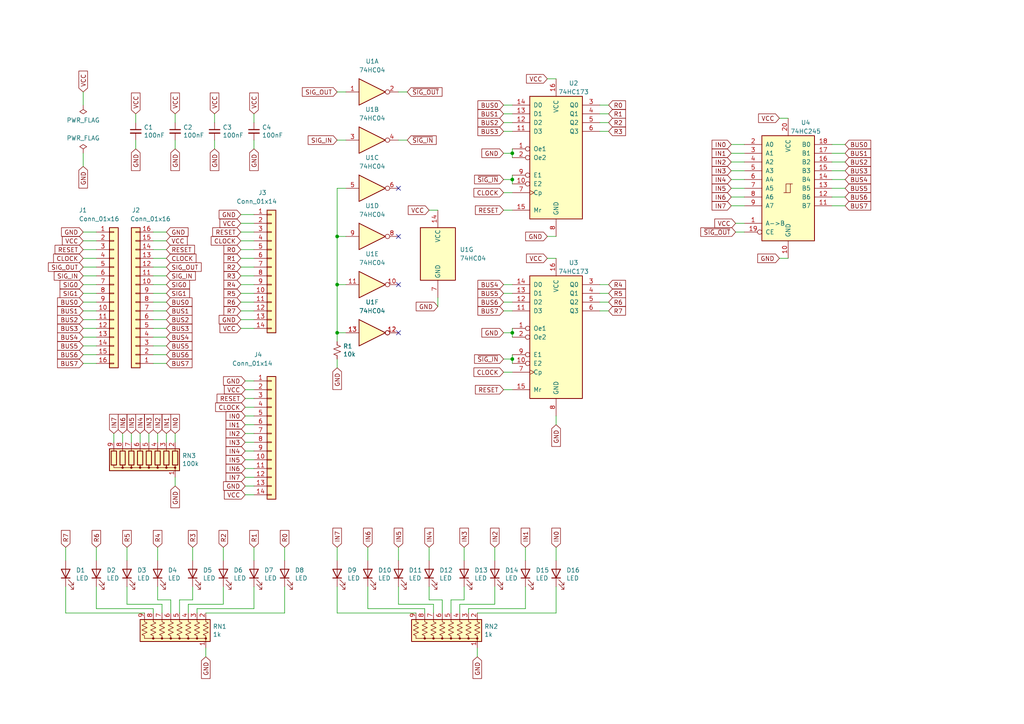
<source format=kicad_sch>
(kicad_sch (version 20230121) (generator eeschema)
  (paper "A4")
  (lib_symbols
    (symbol "74xx:74HC04"
      (property "Reference" "U" (at 0 1.27 0))
      (property "Value" "74HC04" (at 0 -1.27 0))
      (symbol "74HC04_1_0"
        (pin input line (at -7.62 0 0) (length 3.81) (name "~") (number "1"))
        (pin output inverted (at 7.62 0 180) (length 3.81) (name "~") (number "2"))
      )
      (symbol "74HC04_2_0"
        (pin input line (at -7.62 0 0) (length 3.81) (name "~") (number "3"))
        (pin output inverted (at 7.62 0 180) (length 3.81) (name "~") (number "4"))
      )
      (symbol "74HC04_3_0"
        (pin input line (at -7.62 0 0) (length 3.81) (name "~") (number "5"))
        (pin output inverted (at 7.62 0 180) (length 3.81) (name "~") (number "6"))
      )
      (symbol "74HC04_4_0"
        (pin output inverted (at 7.62 0 180) (length 3.81) (name "~") (number "8"))
        (pin input line (at -7.62 0 0) (length 3.81) (name "~") (number "9"))
      )
      (symbol "74HC04_5_0"
        (pin output inverted (at 7.62 0 180) (length 3.81) (name "~") (number "10"))
        (pin input line (at -7.62 0 0) (length 3.81) (name "~") (number "11"))
      )
      (symbol "74HC04_6_0"
        (pin output inverted (at 7.62 0 180) (length 3.81) (name "~") (number "12"))
        (pin input line (at -7.62 0 0) (length 3.81) (name "~") (number "13"))
      )
      (symbol "74HC04_7_0"
        (pin power_in line (at 0 12.7 270) (length 5.08) (name "VCC") (number "14"))
        (pin power_in line (at 0 -12.7 90) (length 5.08) (name "GND") (number "7"))
      )
    )
    (symbol "74xx:74LS173" (pin_names (offset 1.016))
      (property "Reference" "U" (at -7.62 19.05 0))
      (property "Value" "74LS173" (at -7.62 -19.05 0))
      (symbol "74LS173_1_0"
        (pin input inverted (at -12.7 2.54 0) (length 5.08) (name "Oe1") (number "1"))
        (pin input inverted (at -12.7 -7.62 0) (length 5.08) (name "E2") (number "10"))
        (pin input line (at -12.7 7.62 0) (length 5.08) (name "D3") (number "11"))
        (pin input line (at -12.7 10.16 0) (length 5.08) (name "D2") (number "12"))
        (pin input line (at -12.7 12.7 0) (length 5.08) (name "D1") (number "13"))
        (pin input line (at -12.7 15.24 0) (length 5.08) (name "D0") (number "14"))
        (pin input line (at -12.7 -15.24 0) (length 5.08) (name "Mr") (number "15"))
        (pin power_in line (at 0 22.86 270) (length 5.08) (name "VCC") (number "16"))
        (pin input inverted (at -12.7 0 0) (length 5.08) (name "Oe2") (number "2"))
        (pin tri_state line (at 12.7 15.24 180) (length 5.08) (name "Q0") (number "3"))
        (pin tri_state line (at 12.7 12.7 180) (length 5.08) (name "Q1") (number "4"))
        (pin tri_state line (at 12.7 10.16 180) (length 5.08) (name "Q2") (number "5"))
        (pin tri_state line (at 12.7 7.62 180) (length 5.08) (name "Q3") (number "6"))
        (pin input clock (at -12.7 -10.16 0) (length 5.08) (name "Cp") (number "7"))
        (pin power_in line (at 0 -22.86 90) (length 5.08) (name "GND") (number "8"))
        (pin input inverted (at -12.7 -5.08 0) (length 5.08) (name "E1") (number "9"))
      )
    )
    (symbol "74xx:74LS245" (pin_names (offset 1.016))
      (property "Reference" "U" (at -7.62 16.51 0))
      (property "Value" "74LS245" (at -7.62 -16.51 0))
      (symbol "74LS245_1_0"
        (pin input line (at -12.7 -10.16 0) (length 5.08) (name "A->B") (number "1"))
        (pin power_in line (at 0 -20.32 90) (length 5.08) (name "GND") (number "10"))
        (pin tri_state line (at 12.7 -5.08 180) (length 5.08) (name "B7") (number "11"))
        (pin tri_state line (at 12.7 -2.54 180) (length 5.08) (name "B6") (number "12"))
        (pin tri_state line (at 12.7 0 180) (length 5.08) (name "B5") (number "13"))
        (pin tri_state line (at 12.7 2.54 180) (length 5.08) (name "B4") (number "14"))
        (pin tri_state line (at 12.7 5.08 180) (length 5.08) (name "B3") (number "15"))
        (pin tri_state line (at 12.7 7.62 180) (length 5.08) (name "B2") (number "16"))
        (pin tri_state line (at 12.7 10.16 180) (length 5.08) (name "B1") (number "17"))
        (pin tri_state line (at 12.7 12.7 180) (length 5.08) (name "B0") (number "18"))
        (pin input inverted (at -12.7 -12.7 0) (length 5.08) (name "CE") (number "19"))
        (pin tri_state line (at -12.7 12.7 0) (length 5.08) (name "A0") (number "2"))
        (pin power_in line (at 0 20.32 270) (length 5.08) (name "VCC") (number "20"))
        (pin tri_state line (at -12.7 10.16 0) (length 5.08) (name "A1") (number "3"))
        (pin tri_state line (at -12.7 7.62 0) (length 5.08) (name "A2") (number "4"))
        (pin tri_state line (at -12.7 5.08 0) (length 5.08) (name "A3") (number "5"))
        (pin tri_state line (at -12.7 2.54 0) (length 5.08) (name "A4") (number "6"))
        (pin tri_state line (at -12.7 0 0) (length 5.08) (name "A5") (number "7"))
        (pin tri_state line (at -12.7 -2.54 0) (length 5.08) (name "A6") (number "8"))
        (pin tri_state line (at -12.7 -5.08 0) (length 5.08) (name "A7") (number "9"))
      )
    )
    (symbol "Connector_Generic:Conn_01x14" (pin_names (offset 1.016) hide)
      (property "Reference" "J" (at 0 17.78 0))
      (property "Value" "Conn_01x14" (at 0 -20.32 0))
      (symbol "Conn_01x14_1_1"
        (pin passive line (at -5.08 15.24 0) (length 3.81) (name "Pin_1") (number "1"))
        (pin passive line (at -5.08 -7.62 0) (length 3.81) (name "Pin_10") (number "10"))
        (pin passive line (at -5.08 -10.16 0) (length 3.81) (name "Pin_11") (number "11"))
        (pin passive line (at -5.08 -12.7 0) (length 3.81) (name "Pin_12") (number "12"))
        (pin passive line (at -5.08 -15.24 0) (length 3.81) (name "Pin_13") (number "13"))
        (pin passive line (at -5.08 -17.78 0) (length 3.81) (name "Pin_14") (number "14"))
        (pin passive line (at -5.08 12.7 0) (length 3.81) (name "Pin_2") (number "2"))
        (pin passive line (at -5.08 10.16 0) (length 3.81) (name "Pin_3") (number "3"))
        (pin passive line (at -5.08 7.62 0) (length 3.81) (name "Pin_4") (number "4"))
        (pin passive line (at -5.08 5.08 0) (length 3.81) (name "Pin_5") (number "5"))
        (pin passive line (at -5.08 2.54 0) (length 3.81) (name "Pin_6") (number "6"))
        (pin passive line (at -5.08 0 0) (length 3.81) (name "Pin_7") (number "7"))
        (pin passive line (at -5.08 -2.54 0) (length 3.81) (name "Pin_8") (number "8"))
        (pin passive line (at -5.08 -5.08 0) (length 3.81) (name "Pin_9") (number "9"))
      )
    )
    (symbol "Connector_Generic:Conn_01x16" (pin_names (offset 1.016) hide)
      (property "Reference" "J" (at 0 20.32 0))
      (property "Value" "Conn_01x16" (at 0 -22.86 0))
      (symbol "Conn_01x16_1_1"
        (pin passive line (at -5.08 17.78 0) (length 3.81) (name "Pin_1") (number "1"))
        (pin passive line (at -5.08 -5.08 0) (length 3.81) (name "Pin_10") (number "10"))
        (pin passive line (at -5.08 -7.62 0) (length 3.81) (name "Pin_11") (number "11"))
        (pin passive line (at -5.08 -10.16 0) (length 3.81) (name "Pin_12") (number "12"))
        (pin passive line (at -5.08 -12.7 0) (length 3.81) (name "Pin_13") (number "13"))
        (pin passive line (at -5.08 -15.24 0) (length 3.81) (name "Pin_14") (number "14"))
        (pin passive line (at -5.08 -17.78 0) (length 3.81) (name "Pin_15") (number "15"))
        (pin passive line (at -5.08 -20.32 0) (length 3.81) (name "Pin_16") (number "16"))
        (pin passive line (at -5.08 15.24 0) (length 3.81) (name "Pin_2") (number "2"))
        (pin passive line (at -5.08 12.7 0) (length 3.81) (name "Pin_3") (number "3"))
        (pin passive line (at -5.08 10.16 0) (length 3.81) (name "Pin_4") (number "4"))
        (pin passive line (at -5.08 7.62 0) (length 3.81) (name "Pin_5") (number "5"))
        (pin passive line (at -5.08 5.08 0) (length 3.81) (name "Pin_6") (number "6"))
        (pin passive line (at -5.08 2.54 0) (length 3.81) (name "Pin_7") (number "7"))
        (pin passive line (at -5.08 0 0) (length 3.81) (name "Pin_8") (number "8"))
        (pin passive line (at -5.08 -2.54 0) (length 3.81) (name "Pin_9") (number "9"))
      )
    )
    (symbol "Device:C_Small" (pin_numbers hide) (pin_names (offset 0.254) hide)
      (property "Reference" "C" (at 0.254 1.778 0))
      (property "Value" "C_Small" (at 0.254 -2.032 0))
      (symbol "C_Small_1_1"
        (pin passive line (at 0 2.54 270) (length 2.032) (name "~") (number "1"))
        (pin passive line (at 0 -2.54 90) (length 2.032) (name "~") (number "2"))
      )
    )
    (symbol "Device:LED" (pin_numbers hide) (pin_names (offset 1.016) hide)
      (property "Reference" "D" (at 0 2.54 0))
      (property "Value" "LED" (at 0 -2.54 0))
      (symbol "LED_1_1"
        (pin passive line (at -3.81 0 0) (length 2.54) (name "K") (number "1"))
        (pin passive line (at 3.81 0 180) (length 2.54) (name "A") (number "2"))
      )
    )
    (symbol "Device:R_Network08" (pin_names (offset 0) hide)
      (property "Reference" "RN" (at -12.7 0 90))
      (property "Value" "R_Network08" (at 10.16 0 90))
      (symbol "R_Network08_1_1"
        (pin passive line (at -10.16 5.08 270) (length 2.54) (name "common") (number "1"))
        (pin passive line (at -10.16 -5.08 90) (length 1.27) (name "R1") (number "2"))
        (pin passive line (at -7.62 -5.08 90) (length 1.27) (name "R2") (number "3"))
        (pin passive line (at -5.08 -5.08 90) (length 1.27) (name "R3") (number "4"))
        (pin passive line (at -2.54 -5.08 90) (length 1.27) (name "R4") (number "5"))
        (pin passive line (at 0 -5.08 90) (length 1.27) (name "R5") (number "6"))
        (pin passive line (at 2.54 -5.08 90) (length 1.27) (name "R6") (number "7"))
        (pin passive line (at 5.08 -5.08 90) (length 1.27) (name "R7") (number "8"))
        (pin passive line (at 7.62 -5.08 90) (length 1.27) (name "R8") (number "9"))
      )
    )
    (symbol "Device:R_Network08_US" (pin_names (offset 0) hide)
      (property "Reference" "RN" (at -12.7 0 90))
      (property "Value" "R_Network08_US" (at 10.16 0 90))
      (symbol "R_Network08_US_1_1"
        (pin passive line (at -10.16 5.08 270) (length 2.54) (name "common") (number "1"))
        (pin passive line (at -10.16 -5.08 90) (length 1.27) (name "R1") (number "2"))
        (pin passive line (at -7.62 -5.08 90) (length 1.27) (name "R2") (number "3"))
        (pin passive line (at -5.08 -5.08 90) (length 1.27) (name "R3") (number "4"))
        (pin passive line (at -2.54 -5.08 90) (length 1.27) (name "R4") (number "5"))
        (pin passive line (at 0 -5.08 90) (length 1.27) (name "R5") (number "6"))
        (pin passive line (at 2.54 -5.08 90) (length 1.27) (name "R6") (number "7"))
        (pin passive line (at 5.08 -5.08 90) (length 1.27) (name "R7") (number "8"))
        (pin passive line (at 7.62 -5.08 90) (length 1.27) (name "R8") (number "9"))
      )
    )
    (symbol "Device:R_Small_US" (pin_numbers hide) (pin_names (offset 0.254) hide)
      (property "Reference" "R" (at 0.762 0.508 0))
      (property "Value" "R_Small_US" (at 0.762 -1.016 0))
      (symbol "R_Small_US_1_1"
        (pin passive line (at 0 2.54 270) (length 1.016) (name "~") (number "1"))
        (pin passive line (at 0 -2.54 90) (length 1.016) (name "~") (number "2"))
      )
    )
    (symbol "power:PWR_FLAG" (power) (pin_numbers hide) (pin_names (offset 0) hide)
      (property "Value" "PWR_FLAG" (at 0 3.81 0))
      (symbol "PWR_FLAG_0_0"
        (pin power_out line (at 0 0 90) (length 0) (name "pwr") (number "1"))
      )
    )
  )
  (junction (at 148.59 52.07))
  (junction (at 148.59 96.52))
  (junction (at 148.59 104.14))
  (junction (at 148.59 44.45))
  (junction (at 97.79 82.55))
  (junction (at 97.79 96.52))
  (junction (at 97.79 68.58))
  (no_connect (at 115.57 82.55))
  (no_connect (at 115.57 54.61))
  (no_connect (at 115.57 96.52))
  (no_connect (at 115.57 68.58))
  (wire (pts (xy 71.12 135.89) (xy 73.66 135.89)))
  (wire (pts (xy 44.45 67.31) (xy 48.26 67.31)))
  (wire (pts (xy 50.8 125.73) (xy 50.8 128.27)))
  (wire (pts (xy 115.57 175.26) (xy 115.57 170.18)))
  (wire (pts (xy 97.79 68.58) (xy 100.33 68.58)))
  (wire (pts (xy 215.9 59.69) (xy 212.09 59.69)))
  (wire (pts (xy 73.66 128.27) (xy 71.12 128.27)))
  (wire (pts (xy 59.69 190.5) (xy 59.69 187.96)))
  (wire (pts (xy 24.13 102.87) (xy 27.94 102.87)))
  (wire (pts (xy 45.72 158.75) (xy 45.72 162.56)))
  (wire (pts (xy 52.07 173.99) (xy 52.07 177.8)))
  (wire (pts (xy 45.72 173.99) (xy 45.72 170.18)))
  (wire (pts (xy 24.13 72.39) (xy 27.94 72.39)))
  (wire (pts (xy 73.66 80.01) (xy 69.85 80.01)))
  (wire (pts (xy 146.05 30.48) (xy 148.59 30.48)))
  (wire (pts (xy 97.79 177.8) (xy 120.65 177.8)))
  (wire (pts (xy 71.12 120.65) (xy 73.66 120.65)))
  (wire (pts (xy 24.13 92.71) (xy 27.94 92.71)))
  (wire (pts (xy 123.19 176.53) (xy 123.19 177.8)))
  (wire (pts (xy 146.05 90.17) (xy 148.59 90.17)))
  (wire (pts (xy 50.8 138.43) (xy 50.8 140.97)))
  (wire (pts (xy 48.26 105.41) (xy 44.45 105.41)))
  (wire (pts (xy 97.79 54.61) (xy 97.79 68.58)))
  (wire (pts (xy 146.05 55.88) (xy 148.59 55.88)))
  (wire (pts (xy 226.06 74.93) (xy 228.6 74.93)))
  (wire (pts (xy 161.29 177.8) (xy 138.43 177.8)))
  (wire (pts (xy 55.88 158.75) (xy 55.88 162.56)))
  (wire (pts (xy 73.66 40.64) (xy 73.66 43.18)))
  (wire (pts (xy 146.05 38.1) (xy 148.59 38.1)))
  (wire (pts (xy 24.13 82.55) (xy 27.94 82.55)))
  (wire (pts (xy 73.66 72.39) (xy 69.85 72.39)))
  (wire (pts (xy 19.05 177.8) (xy 19.05 170.18)))
  (wire (pts (xy 215.9 46.99) (xy 212.09 46.99)))
  (wire (pts (xy 161.29 158.75) (xy 161.29 162.56)))
  (wire (pts (xy 135.89 176.53) (xy 152.4 176.53)))
  (wire (pts (xy 64.77 158.75) (xy 64.77 162.56)))
  (wire (pts (xy 245.11 41.91) (xy 241.3 41.91)))
  (wire (pts (xy 24.13 85.09) (xy 27.94 85.09)))
  (wire (pts (xy 146.05 60.96) (xy 148.59 60.96)))
  (wire (pts (xy 48.26 69.85) (xy 44.45 69.85)))
  (wire (pts (xy 152.4 158.75) (xy 152.4 162.56)))
  (wire (pts (xy 48.26 92.71) (xy 44.45 92.71)))
  (wire (pts (xy 24.13 69.85) (xy 27.94 69.85)))
  (wire (pts (xy 24.13 74.93) (xy 27.94 74.93)))
  (wire (pts (xy 133.35 175.26) (xy 143.51 175.26)))
  (wire (pts (xy 50.8 40.64) (xy 50.8 43.18)))
  (wire (pts (xy 128.27 173.99) (xy 124.46 173.99)))
  (wire (pts (xy 97.79 82.55) (xy 97.79 68.58)))
  (wire (pts (xy 97.79 40.64) (xy 100.33 40.64)))
  (wire (pts (xy 24.13 80.01) (xy 27.94 80.01)))
  (wire (pts (xy 130.81 173.99) (xy 130.81 177.8)))
  (wire (pts (xy 146.05 87.63) (xy 148.59 87.63)))
  (wire (pts (xy 27.94 158.75) (xy 27.94 162.56)))
  (wire (pts (xy 124.46 173.99) (xy 124.46 170.18)))
  (wire (pts (xy 48.26 102.87) (xy 44.45 102.87)))
  (wire (pts (xy 125.73 175.26) (xy 125.73 177.8)))
  (wire (pts (xy 73.66 85.09) (xy 69.85 85.09)))
  (wire (pts (xy 130.81 173.99) (xy 134.62 173.99)))
  (wire (pts (xy 148.59 96.52) (xy 148.59 97.79)))
  (wire (pts (xy 213.36 64.77) (xy 215.9 64.77)))
  (wire (pts (xy 36.83 158.75) (xy 36.83 162.56)))
  (wire (pts (xy 138.43 190.5) (xy 138.43 187.96)))
  (wire (pts (xy 48.26 82.55) (xy 44.45 82.55)))
  (wire (pts (xy 176.53 30.48) (xy 173.99 30.48)))
  (wire (pts (xy 19.05 158.75) (xy 19.05 162.56)))
  (wire (pts (xy 245.11 59.69) (xy 241.3 59.69)))
  (wire (pts (xy 97.79 96.52) (xy 97.79 99.06)))
  (wire (pts (xy 97.79 177.8) (xy 97.79 170.18)))
  (wire (pts (xy 128.27 173.99) (xy 128.27 177.8)))
  (wire (pts (xy 146.05 96.52) (xy 148.59 96.52)))
  (wire (pts (xy 73.66 77.47) (xy 69.85 77.47)))
  (wire (pts (xy 69.85 67.31) (xy 73.66 67.31)))
  (wire (pts (xy 73.66 176.53) (xy 73.66 170.18)))
  (wire (pts (xy 115.57 175.26) (xy 125.73 175.26)))
  (wire (pts (xy 158.75 74.93) (xy 161.29 74.93)))
  (wire (pts (xy 82.55 158.75) (xy 82.55 162.56)))
  (wire (pts (xy 97.79 96.52) (xy 97.79 82.55)))
  (wire (pts (xy 245.11 49.53) (xy 241.3 49.53)))
  (wire (pts (xy 161.29 123.19) (xy 161.29 120.65)))
  (wire (pts (xy 215.9 49.53) (xy 212.09 49.53)))
  (wire (pts (xy 27.94 176.53) (xy 44.45 176.53)))
  (wire (pts (xy 24.13 100.33) (xy 27.94 100.33)))
  (wire (pts (xy 39.37 40.64) (xy 39.37 43.18)))
  (wire (pts (xy 48.26 97.79) (xy 44.45 97.79)))
  (wire (pts (xy 49.53 173.99) (xy 45.72 173.99)))
  (wire (pts (xy 73.66 33.02) (xy 73.66 35.56)))
  (wire (pts (xy 33.02 125.73) (xy 33.02 128.27)))
  (wire (pts (xy 146.05 44.45) (xy 148.59 44.45)))
  (wire (pts (xy 148.59 53.34) (xy 148.59 52.07)))
  (wire (pts (xy 71.12 130.81) (xy 73.66 130.81)))
  (wire (pts (xy 24.13 97.79) (xy 27.94 97.79)))
  (wire (pts (xy 24.13 67.31) (xy 27.94 67.31)))
  (wire (pts (xy 106.68 176.53) (xy 106.68 170.18)))
  (wire (pts (xy 146.05 85.09) (xy 148.59 85.09)))
  (wire (pts (xy 115.57 40.64) (xy 118.11 40.64)))
  (wire (pts (xy 50.8 33.02) (xy 50.8 35.56)))
  (wire (pts (xy 133.35 175.26) (xy 133.35 177.8)))
  (wire (pts (xy 148.59 44.45) (xy 148.59 43.18)))
  (wire (pts (xy 24.13 87.63) (xy 27.94 87.63)))
  (wire (pts (xy 245.11 54.61) (xy 241.3 54.61)))
  (wire (pts (xy 48.26 72.39) (xy 44.45 72.39)))
  (wire (pts (xy 146.05 35.56) (xy 148.59 35.56)))
  (wire (pts (xy 39.37 33.02) (xy 39.37 35.56)))
  (wire (pts (xy 54.61 175.26) (xy 54.61 177.8)))
  (wire (pts (xy 62.23 40.64) (xy 62.23 43.18)))
  (wire (pts (xy 134.62 158.75) (xy 134.62 162.56)))
  (wire (pts (xy 100.33 54.61) (xy 97.79 54.61)))
  (wire (pts (xy 73.66 133.35) (xy 71.12 133.35)))
  (wire (pts (xy 24.13 26.67) (xy 24.13 30.48)))
  (wire (pts (xy 213.36 67.31) (xy 215.9 67.31)))
  (wire (pts (xy 245.11 46.99) (xy 241.3 46.99)))
  (wire (pts (xy 148.59 104.14) (xy 148.59 102.87)))
  (wire (pts (xy 73.66 82.55) (xy 69.85 82.55)))
  (wire (pts (xy 55.88 173.99) (xy 55.88 170.18)))
  (wire (pts (xy 146.05 82.55) (xy 148.59 82.55)))
  (wire (pts (xy 48.26 80.01) (xy 44.45 80.01)))
  (wire (pts (xy 127 86.36) (xy 127 88.9)))
  (wire (pts (xy 215.9 52.07) (xy 212.09 52.07)))
  (wire (pts (xy 176.53 35.56) (xy 173.99 35.56)))
  (wire (pts (xy 69.85 92.71) (xy 73.66 92.71)))
  (wire (pts (xy 115.57 158.75) (xy 115.57 162.56)))
  (wire (pts (xy 82.55 177.8) (xy 59.69 177.8)))
  (wire (pts (xy 48.26 125.73) (xy 48.26 128.27)))
  (wire (pts (xy 19.05 177.8) (xy 41.91 177.8)))
  (wire (pts (xy 24.13 95.25) (xy 27.94 95.25)))
  (wire (pts (xy 146.05 104.14) (xy 148.59 104.14)))
  (wire (pts (xy 97.79 82.55) (xy 100.33 82.55)))
  (wire (pts (xy 148.59 95.25) (xy 148.59 96.52)))
  (wire (pts (xy 158.75 68.58) (xy 161.29 68.58)))
  (wire (pts (xy 48.26 95.25) (xy 44.45 95.25)))
  (wire (pts (xy 146.05 52.07) (xy 148.59 52.07)))
  (wire (pts (xy 73.66 90.17) (xy 69.85 90.17)))
  (wire (pts (xy 73.66 74.93) (xy 69.85 74.93)))
  (wire (pts (xy 48.26 74.93) (xy 44.45 74.93)))
  (wire (pts (xy 176.53 82.55) (xy 173.99 82.55)))
  (wire (pts (xy 73.66 115.57) (xy 71.12 115.57)))
  (wire (pts (xy 48.26 77.47) (xy 44.45 77.47)))
  (wire (pts (xy 36.83 175.26) (xy 46.99 175.26)))
  (wire (pts (xy 245.11 52.07) (xy 241.3 52.07)))
  (wire (pts (xy 215.9 54.61) (xy 212.09 54.61)))
  (wire (pts (xy 148.59 44.45) (xy 148.59 45.72)))
  (wire (pts (xy 57.15 176.53) (xy 57.15 177.8)))
  (wire (pts (xy 45.72 125.73) (xy 45.72 128.27)))
  (wire (pts (xy 48.26 87.63) (xy 44.45 87.63)))
  (wire (pts (xy 124.46 158.75) (xy 124.46 162.56)))
  (wire (pts (xy 44.45 176.53) (xy 44.45 177.8)))
  (wire (pts (xy 69.85 64.77) (xy 73.66 64.77)))
  (wire (pts (xy 100.33 26.67) (xy 97.79 26.67)))
  (wire (pts (xy 215.9 41.91) (xy 212.09 41.91)))
  (wire (pts (xy 97.79 158.75) (xy 97.79 162.56)))
  (wire (pts (xy 40.64 125.73) (xy 40.64 128.27)))
  (wire (pts (xy 73.66 118.11) (xy 71.12 118.11)))
  (wire (pts (xy 176.53 38.1) (xy 173.99 38.1)))
  (wire (pts (xy 73.66 113.03) (xy 71.12 113.03)))
  (wire (pts (xy 176.53 33.02) (xy 173.99 33.02)))
  (wire (pts (xy 71.12 125.73) (xy 73.66 125.73)))
  (wire (pts (xy 135.89 176.53) (xy 135.89 177.8)))
  (wire (pts (xy 73.66 87.63) (xy 69.85 87.63)))
  (wire (pts (xy 64.77 175.26) (xy 64.77 170.18)))
  (wire (pts (xy 146.05 33.02) (xy 148.59 33.02)))
  (wire (pts (xy 73.66 158.75) (xy 73.66 162.56)))
  (wire (pts (xy 161.29 177.8) (xy 161.29 170.18)))
  (wire (pts (xy 71.12 123.19) (xy 73.66 123.19)))
  (wire (pts (xy 106.68 158.75) (xy 106.68 162.56)))
  (wire (pts (xy 176.53 90.17) (xy 173.99 90.17)))
  (wire (pts (xy 54.61 175.26) (xy 64.77 175.26)))
  (wire (pts (xy 46.99 175.26) (xy 46.99 177.8)))
  (wire (pts (xy 176.53 85.09) (xy 173.99 85.09)))
  (wire (pts (xy 38.1 125.73) (xy 38.1 128.27)))
  (wire (pts (xy 146.05 107.95) (xy 148.59 107.95)))
  (wire (pts (xy 35.56 125.73) (xy 35.56 128.27)))
  (wire (pts (xy 57.15 176.53) (xy 73.66 176.53)))
  (wire (pts (xy 52.07 173.99) (xy 55.88 173.99)))
  (wire (pts (xy 97.79 104.14) (xy 97.79 106.68)))
  (wire (pts (xy 226.06 34.29) (xy 228.6 34.29)))
  (wire (pts (xy 27.94 105.41) (xy 24.13 105.41)))
  (wire (pts (xy 82.55 177.8) (xy 82.55 170.18)))
  (wire (pts (xy 73.66 143.51) (xy 71.12 143.51)))
  (wire (pts (xy 134.62 173.99) (xy 134.62 170.18)))
  (wire (pts (xy 73.66 138.43) (xy 71.12 138.43)))
  (wire (pts (xy 158.75 22.86) (xy 161.29 22.86)))
  (wire (pts (xy 49.53 173.99) (xy 49.53 177.8)))
  (wire (pts (xy 245.11 44.45) (xy 241.3 44.45)))
  (wire (pts (xy 148.59 52.07) (xy 148.59 50.8)))
  (wire (pts (xy 43.18 125.73) (xy 43.18 128.27)))
  (wire (pts (xy 215.9 44.45) (xy 212.09 44.45)))
  (wire (pts (xy 24.13 48.26) (xy 24.13 44.45)))
  (wire (pts (xy 24.13 77.47) (xy 27.94 77.47)))
  (wire (pts (xy 97.79 96.52) (xy 100.33 96.52)))
  (wire (pts (xy 118.11 26.67) (xy 115.57 26.67)))
  (wire (pts (xy 152.4 176.53) (xy 152.4 170.18)))
  (wire (pts (xy 36.83 175.26) (xy 36.83 170.18)))
  (wire (pts (xy 62.23 33.02) (xy 62.23 35.56)))
  (wire (pts (xy 69.85 69.85) (xy 73.66 69.85)))
  (wire (pts (xy 73.66 110.49) (xy 71.12 110.49)))
  (wire (pts (xy 48.26 85.09) (xy 44.45 85.09)))
  (wire (pts (xy 143.51 175.26) (xy 143.51 170.18)))
  (wire (pts (xy 73.66 140.97) (xy 71.12 140.97)))
  (wire (pts (xy 245.11 57.15) (xy 241.3 57.15)))
  (wire (pts (xy 106.68 176.53) (xy 123.19 176.53)))
  (wire (pts (xy 215.9 57.15) (xy 212.09 57.15)))
  (wire (pts (xy 148.59 105.41) (xy 148.59 104.14)))
  (wire (pts (xy 143.51 158.75) (xy 143.51 162.56)))
  (wire (pts (xy 124.46 60.96) (xy 127 60.96)))
  (wire (pts (xy 146.05 113.03) (xy 148.59 113.03)))
  (wire (pts (xy 27.94 176.53) (xy 27.94 170.18)))
  (wire (pts (xy 48.26 90.17) (xy 44.45 90.17)))
  (wire (pts (xy 69.85 62.23) (xy 73.66 62.23)))
  (wire (pts (xy 24.13 90.17) (xy 27.94 90.17)))
  (wire (pts (xy 69.85 95.25) (xy 73.66 95.25)))
  (wire (pts (xy 176.53 87.63) (xy 173.99 87.63)))
  (wire (pts (xy 48.26 100.33) (xy 44.45 100.33)))
  (global_label "BUS3" (shape input) (at 245.11 49.53 0) (property "Intersheetrefs" "${INTERSHEET_REFS}" (effects hide)))
  (global_label "IN5" (shape input) (at 71.12 133.35 180) (property "Intersheetrefs" "${INTERSHEET_REFS}" (effects hide)))
  (global_label "VCC" (shape input) (at 158.75 22.86 180) (property "Intersheetrefs" "${INTERSHEET_REFS}" (effects hide)))
  (global_label "CLOCK" (shape input) (at 71.12 118.11 180) (property "Intersheetrefs" "${INTERSHEET_REFS}" (effects hide)))
  (global_label "GND" (shape input) (at 50.8 140.97 270) (property "Intersheetrefs" "${INTERSHEET_REFS}" (effects hide)))
  (global_label "IN4" (shape input) (at 212.09 52.07 180) (property "Intersheetrefs" "${INTERSHEET_REFS}" (effects hide)))
  (global_label "R2" (shape input) (at 69.85 77.47 180) (property "Intersheetrefs" "${INTERSHEET_REFS}" (effects hide)))
  (global_label "GND" (shape input) (at 69.85 92.71 180) (property "Intersheetrefs" "${INTERSHEET_REFS}" (effects hide)))
  (global_label "BUS6" (shape input) (at 24.13 102.87 180) (property "Intersheetrefs" "${INTERSHEET_REFS}" (effects hide)))
  (global_label "RESET" (shape input) (at 48.26 72.39 0) (property "Intersheetrefs" "${INTERSHEET_REFS}" (effects hide)))
  (global_label "BUS7" (shape input) (at 48.26 105.41 0) (property "Intersheetrefs" "${INTERSHEET_REFS}" (effects hide)))
  (global_label "BUS5" (shape input) (at 48.26 100.33 0) (property "Intersheetrefs" "${INTERSHEET_REFS}" (effects hide)))
  (global_label "IN4" (shape input) (at 40.64 125.73 90) (property "Intersheetrefs" "${INTERSHEET_REFS}" (effects hide)))
  (global_label "CLOCK" (shape input) (at 24.13 74.93 180) (property "Intersheetrefs" "${INTERSHEET_REFS}" (effects hide)))
  (global_label "GND" (shape input) (at 97.79 106.68 270) (property "Intersheetrefs" "${INTERSHEET_REFS}" (effects hide)))
  (global_label "BUS3" (shape input) (at 146.05 38.1 180) (property "Intersheetrefs" "${INTERSHEET_REFS}" (effects hide)))
  (global_label "IN1" (shape input) (at 48.26 125.73 90) (property "Intersheetrefs" "${INTERSHEET_REFS}" (effects hide)))
  (global_label "SIG1" (shape input) (at 48.26 85.09 0) (property "Intersheetrefs" "${INTERSHEET_REFS}" (effects hide)))
  (global_label "R0" (shape input) (at 82.55 158.75 90) (property "Intersheetrefs" "${INTERSHEET_REFS}" (effects hide)))
  (global_label "BUS5" (shape input) (at 24.13 100.33 180) (property "Intersheetrefs" "${INTERSHEET_REFS}" (effects hide)))
  (global_label "IN7" (shape input) (at 97.79 158.75 90) (property "Intersheetrefs" "${INTERSHEET_REFS}" (effects hide)))
  (global_label "BUS1" (shape input) (at 24.13 90.17 180) (property "Intersheetrefs" "${INTERSHEET_REFS}" (effects hide)))
  (global_label "CLOCK" (shape input) (at 146.05 55.88 180) (property "Intersheetrefs" "${INTERSHEET_REFS}" (effects hide)))
  (global_label "VCC" (shape input) (at 48.26 69.85 0) (property "Intersheetrefs" "${INTERSHEET_REFS}" (effects hide)))
  (global_label "BUS4" (shape input) (at 24.13 97.79 180) (property "Intersheetrefs" "${INTERSHEET_REFS}" (effects hide)))
  (global_label "GND" (shape input) (at 71.12 140.97 180) (property "Intersheetrefs" "${INTERSHEET_REFS}" (effects hide)))
  (global_label "BUS4" (shape input) (at 48.26 97.79 0) (property "Intersheetrefs" "${INTERSHEET_REFS}" (effects hide)))
  (global_label "IN6" (shape input) (at 212.09 57.15 180) (property "Intersheetrefs" "${INTERSHEET_REFS}" (effects hide)))
  (global_label "GND" (shape input) (at 73.66 43.18 270) (property "Intersheetrefs" "${INTERSHEET_REFS}" (effects hide)))
  (global_label "R0" (shape input) (at 176.53 30.48 0) (property "Intersheetrefs" "${INTERSHEET_REFS}" (effects hide)))
  (global_label "R6" (shape input) (at 176.53 87.63 0) (property "Intersheetrefs" "${INTERSHEET_REFS}" (effects hide)))
  (global_label "SIG0" (shape input) (at 48.26 82.55 0) (property "Intersheetrefs" "${INTERSHEET_REFS}" (effects hide)))
  (global_label "VCC" (shape input) (at 71.12 143.51 180) (property "Intersheetrefs" "${INTERSHEET_REFS}" (effects hide)))
  (global_label "IN4" (shape input) (at 71.12 130.81 180) (property "Intersheetrefs" "${INTERSHEET_REFS}" (effects hide)))
  (global_label "R3" (shape input) (at 55.88 158.75 90) (property "Intersheetrefs" "${INTERSHEET_REFS}" (effects hide)))
  (global_label "IN6" (shape input) (at 106.68 158.75 90) (property "Intersheetrefs" "${INTERSHEET_REFS}" (effects hide)))
  (global_label "VCC" (shape input) (at 69.85 95.25 180) (property "Intersheetrefs" "${INTERSHEET_REFS}" (effects hide)))
  (global_label "R1" (shape input) (at 69.85 74.93 180) (property "Intersheetrefs" "${INTERSHEET_REFS}" (effects hide)))
  (global_label "SIG0" (shape input) (at 24.13 82.55 180) (property "Intersheetrefs" "${INTERSHEET_REFS}" (effects hide)))
  (global_label "BUS4" (shape input) (at 245.11 52.07 0) (property "Intersheetrefs" "${INTERSHEET_REFS}" (effects hide)))
  (global_label "BUS7" (shape input) (at 24.13 105.41 180) (property "Intersheetrefs" "${INTERSHEET_REFS}" (effects hide)))
  (global_label "IN0" (shape input) (at 212.09 41.91 180) (property "Intersheetrefs" "${INTERSHEET_REFS}" (effects hide)))
  (global_label "IN2" (shape input) (at 212.09 46.99 180) (property "Intersheetrefs" "${INTERSHEET_REFS}" (effects hide)))
  (global_label "BUS1" (shape input) (at 48.26 90.17 0) (property "Intersheetrefs" "${INTERSHEET_REFS}" (effects hide)))
  (global_label "GND" (shape input) (at 24.13 48.26 270) (property "Intersheetrefs" "${INTERSHEET_REFS}" (effects hide)))
  (global_label "GND" (shape input) (at 146.05 44.45 180) (property "Intersheetrefs" "${INTERSHEET_REFS}" (effects hide)))
  (global_label "R4" (shape input) (at 176.53 82.55 0) (property "Intersheetrefs" "${INTERSHEET_REFS}" (effects hide)))
  (global_label "R7" (shape input) (at 19.05 158.75 90) (property "Intersheetrefs" "${INTERSHEET_REFS}" (effects hide)))
  (global_label "BUS7" (shape input) (at 146.05 90.17 180) (property "Intersheetrefs" "${INTERSHEET_REFS}" (effects hide)))
  (global_label "R5" (shape input) (at 36.83 158.75 90) (property "Intersheetrefs" "${INTERSHEET_REFS}" (effects hide)))
  (global_label "VCC" (shape input) (at 158.75 74.93 180) (property "Intersheetrefs" "${INTERSHEET_REFS}" (effects hide)))
  (global_label "BUS5" (shape input) (at 146.05 85.09 180) (property "Intersheetrefs" "${INTERSHEET_REFS}" (effects hide)))
  (global_label "~{SIG_OUT}" (shape input) (at 213.36 67.31 180) (property "Intersheetrefs" "${INTERSHEET_REFS}" (effects hide)))
  (global_label "BUS3" (shape input) (at 24.13 95.25 180) (property "Intersheetrefs" "${INTERSHEET_REFS}" (effects hide)))
  (global_label "VCC" (shape input) (at 124.46 60.96 180) (property "Intersheetrefs" "${INTERSHEET_REFS}" (effects hide)))
  (global_label "GND" (shape input) (at 50.8 43.18 270) (property "Intersheetrefs" "${INTERSHEET_REFS}" (effects hide)))
  (global_label "GND" (shape input) (at 226.06 74.93 180) (property "Intersheetrefs" "${INTERSHEET_REFS}" (effects hide)))
  (global_label "BUS3" (shape input) (at 48.26 95.25 0) (property "Intersheetrefs" "${INTERSHEET_REFS}" (effects hide)))
  (global_label "SIG_OUT" (shape input) (at 48.26 77.47 0) (property "Intersheetrefs" "${INTERSHEET_REFS}" (effects hide)))
  (global_label "IN4" (shape input) (at 124.46 158.75 90) (property "Intersheetrefs" "${INTERSHEET_REFS}" (effects hide)))
  (global_label "BUS6" (shape input) (at 146.05 87.63 180) (property "Intersheetrefs" "${INTERSHEET_REFS}" (effects hide)))
  (global_label "IN5" (shape input) (at 38.1 125.73 90) (property "Intersheetrefs" "${INTERSHEET_REFS}" (effects hide)))
  (global_label "GND" (shape input) (at 161.29 123.19 270) (property "Intersheetrefs" "${INTERSHEET_REFS}" (effects hide)))
  (global_label "VCC" (shape input) (at 226.06 34.29 180) (property "Intersheetrefs" "${INTERSHEET_REFS}" (effects hide)))
  (global_label "GND" (shape input) (at 138.43 190.5 270) (property "Intersheetrefs" "${INTERSHEET_REFS}" (effects hide)))
  (global_label "R2" (shape input) (at 176.53 35.56 0) (property "Intersheetrefs" "${INTERSHEET_REFS}" (effects hide)))
  (global_label "CLOCK" (shape input) (at 146.05 107.95 180) (property "Intersheetrefs" "${INTERSHEET_REFS}" (effects hide)))
  (global_label "~{SIG_IN}" (shape input) (at 146.05 104.14 180) (property "Intersheetrefs" "${INTERSHEET_REFS}" (effects hide)))
  (global_label "VCC" (shape input) (at 50.8 33.02 90) (property "Intersheetrefs" "${INTERSHEET_REFS}" (effects hide)))
  (global_label "R2" (shape input) (at 64.77 158.75 90) (property "Intersheetrefs" "${INTERSHEET_REFS}" (effects hide)))
  (global_label "R4" (shape input) (at 45.72 158.75 90) (property "Intersheetrefs" "${INTERSHEET_REFS}" (effects hide)))
  (global_label "SIG1" (shape input) (at 24.13 85.09 180) (property "Intersheetrefs" "${INTERSHEET_REFS}" (effects hide)))
  (global_label "BUS5" (shape input) (at 245.11 54.61 0) (property "Intersheetrefs" "${INTERSHEET_REFS}" (effects hide)))
  (global_label "BUS1" (shape input) (at 146.05 33.02 180) (property "Intersheetrefs" "${INTERSHEET_REFS}" (effects hide)))
  (global_label "RESET" (shape input) (at 24.13 72.39 180) (property "Intersheetrefs" "${INTERSHEET_REFS}" (effects hide)))
  (global_label "IN1" (shape input) (at 71.12 123.19 180) (property "Intersheetrefs" "${INTERSHEET_REFS}" (effects hide)))
  (global_label "R4" (shape input) (at 69.85 82.55 180) (property "Intersheetrefs" "${INTERSHEET_REFS}" (effects hide)))
  (global_label "IN2" (shape input) (at 45.72 125.73 90) (property "Intersheetrefs" "${INTERSHEET_REFS}" (effects hide)))
  (global_label "IN3" (shape input) (at 71.12 128.27 180) (property "Intersheetrefs" "${INTERSHEET_REFS}" (effects hide)))
  (global_label "BUS0" (shape input) (at 48.26 87.63 0) (property "Intersheetrefs" "${INTERSHEET_REFS}" (effects hide)))
  (global_label "IN2" (shape input) (at 71.12 125.73 180) (property "Intersheetrefs" "${INTERSHEET_REFS}" (effects hide)))
  (global_label "IN0" (shape input) (at 161.29 158.75 90) (property "Intersheetrefs" "${INTERSHEET_REFS}" (effects hide)))
  (global_label "VCC" (shape input) (at 39.37 33.02 90) (property "Intersheetrefs" "${INTERSHEET_REFS}" (effects hide)))
  (global_label "BUS0" (shape input) (at 245.11 41.91 0) (property "Intersheetrefs" "${INTERSHEET_REFS}" (effects hide)))
  (global_label "BUS2" (shape input) (at 48.26 92.71 0) (property "Intersheetrefs" "${INTERSHEET_REFS}" (effects hide)))
  (global_label "IN0" (shape input) (at 50.8 125.73 90) (property "Intersheetrefs" "${INTERSHEET_REFS}" (effects hide)))
  (global_label "R3" (shape input) (at 176.53 38.1 0) (property "Intersheetrefs" "${INTERSHEET_REFS}" (effects hide)))
  (global_label "R1" (shape input) (at 73.66 158.75 90) (property "Intersheetrefs" "${INTERSHEET_REFS}" (effects hide)))
  (global_label "RESET" (shape input) (at 71.12 115.57 180) (property "Intersheetrefs" "${INTERSHEET_REFS}" (effects hide)))
  (global_label "R0" (shape input) (at 69.85 72.39 180) (property "Intersheetrefs" "${INTERSHEET_REFS}" (effects hide)))
  (global_label "VCC" (shape input) (at 213.36 64.77 180) (property "Intersheetrefs" "${INTERSHEET_REFS}" (effects hide)))
  (global_label "GND" (shape input) (at 24.13 67.31 180) (property "Intersheetrefs" "${INTERSHEET_REFS}" (effects hide)))
  (global_label "BUS2" (shape input) (at 146.05 35.56 180) (property "Intersheetrefs" "${INTERSHEET_REFS}" (effects hide)))
  (global_label "GND" (shape input) (at 62.23 43.18 270) (property "Intersheetrefs" "${INTERSHEET_REFS}" (effects hide)))
  (global_label "CLOCK" (shape input) (at 69.85 69.85 180) (property "Intersheetrefs" "${INTERSHEET_REFS}" (effects hide)))
  (global_label "IN1" (shape input) (at 152.4 158.75 90) (property "Intersheetrefs" "${INTERSHEET_REFS}" (effects hide)))
  (global_label "SIG_IN" (shape input) (at 24.13 80.01 180) (property "Intersheetrefs" "${INTERSHEET_REFS}" (effects hide)))
  (global_label "BUS4" (shape input) (at 146.05 82.55 180) (property "Intersheetrefs" "${INTERSHEET_REFS}" (effects hide)))
  (global_label "IN2" (shape input) (at 143.51 158.75 90) (property "Intersheetrefs" "${INTERSHEET_REFS}" (effects hide)))
  (global_label "GND" (shape input) (at 127 88.9 180) (property "Intersheetrefs" "${INTERSHEET_REFS}" (effects hide)))
  (global_label "VCC" (shape input) (at 62.23 33.02 90) (property "Intersheetrefs" "${INTERSHEET_REFS}" (effects hide)))
  (global_label "R5" (shape input) (at 69.85 85.09 180) (property "Intersheetrefs" "${INTERSHEET_REFS}" (effects hide)))
  (global_label "SIG_IN" (shape input) (at 97.79 40.64 180) (property "Intersheetrefs" "${INTERSHEET_REFS}" (effects hide)))
  (global_label "IN7" (shape input) (at 71.12 138.43 180) (property "Intersheetrefs" "${INTERSHEET_REFS}" (effects hide)))
  (global_label "IN3" (shape input) (at 134.62 158.75 90) (property "Intersheetrefs" "${INTERSHEET_REFS}" (effects hide)))
  (global_label "R6" (shape input) (at 27.94 158.75 90) (property "Intersheetrefs" "${INTERSHEET_REFS}" (effects hide)))
  (global_label "GND" (shape input) (at 146.05 96.52 180) (property "Intersheetrefs" "${INTERSHEET_REFS}" (effects hide)))
  (global_label "RESET" (shape input) (at 146.05 113.03 180) (property "Intersheetrefs" "${INTERSHEET_REFS}" (effects hide)))
  (global_label "SIG_IN" (shape input) (at 48.26 80.01 0) (property "Intersheetrefs" "${INTERSHEET_REFS}" (effects hide)))
  (global_label "RESET" (shape input) (at 69.85 67.31 180) (property "Intersheetrefs" "${INTERSHEET_REFS}" (effects hide)))
  (global_label "GND" (shape input) (at 71.12 110.49 180) (property "Intersheetrefs" "${INTERSHEET_REFS}" (effects hide)))
  (global_label "BUS0" (shape input) (at 146.05 30.48 180) (property "Intersheetrefs" "${INTERSHEET_REFS}" (effects hide)))
  (global_label "IN5" (shape input) (at 212.09 54.61 180) (property "Intersheetrefs" "${INTERSHEET_REFS}" (effects hide)))
  (global_label "RESET" (shape input) (at 146.05 60.96 180) (property "Intersheetrefs" "${INTERSHEET_REFS}" (effects hide)))
  (global_label "IN3" (shape input) (at 212.09 49.53 180) (property "Intersheetrefs" "${INTERSHEET_REFS}" (effects hide)))
  (global_label "BUS2" (shape input) (at 245.11 46.99 0) (property "Intersheetrefs" "${INTERSHEET_REFS}" (effects hide)))
  (global_label "IN6" (shape input) (at 35.56 125.73 90) (property "Intersheetrefs" "${INTERSHEET_REFS}" (effects hide)))
  (global_label "GND" (shape input) (at 39.37 43.18 270) (property "Intersheetrefs" "${INTERSHEET_REFS}" (effects hide)))
  (global_label "VCC" (shape input) (at 69.85 64.77 180) (property "Intersheetrefs" "${INTERSHEET_REFS}" (effects hide)))
  (global_label "R7" (shape input) (at 176.53 90.17 0) (property "Intersheetrefs" "${INTERSHEET_REFS}" (effects hide)))
  (global_label "~{SIG_IN}" (shape input) (at 146.05 52.07 180) (property "Intersheetrefs" "${INTERSHEET_REFS}" (effects hide)))
  (global_label "R6" (shape input) (at 69.85 87.63 180) (property "Intersheetrefs" "${INTERSHEET_REFS}" (effects hide)))
  (global_label "BUS6" (shape input) (at 48.26 102.87 0) (property "Intersheetrefs" "${INTERSHEET_REFS}" (effects hide)))
  (global_label "GND" (shape input) (at 158.75 68.58 180) (property "Intersheetrefs" "${INTERSHEET_REFS}" (effects hide)))
  (global_label "BUS0" (shape input) (at 24.13 87.63 180) (property "Intersheetrefs" "${INTERSHEET_REFS}" (effects hide)))
  (global_label "R5" (shape input) (at 176.53 85.09 0) (property "Intersheetrefs" "${INTERSHEET_REFS}" (effects hide)))
  (global_label "IN1" (shape input) (at 212.09 44.45 180) (property "Intersheetrefs" "${INTERSHEET_REFS}" (effects hide)))
  (global_label "SIG_OUT" (shape input) (at 24.13 77.47 180) (property "Intersheetrefs" "${INTERSHEET_REFS}" (effects hide)))
  (global_label "BUS7" (shape input) (at 245.11 59.69 0) (property "Intersheetrefs" "${INTERSHEET_REFS}" (effects hide)))
  (global_label "BUS1" (shape input) (at 245.11 44.45 0) (property "Intersheetrefs" "${INTERSHEET_REFS}" (effects hide)))
  (global_label "BUS6" (shape input) (at 245.11 57.15 0) (property "Intersheetrefs" "${INTERSHEET_REFS}" (effects hide)))
  (global_label "IN7" (shape input) (at 33.02 125.73 90) (property "Intersheetrefs" "${INTERSHEET_REFS}" (effects hide)))
  (global_label "GND" (shape input) (at 69.85 62.23 180) (property "Intersheetrefs" "${INTERSHEET_REFS}" (effects hide)))
  (global_label "VCC" (shape input) (at 73.66 33.02 90) (property "Intersheetrefs" "${INTERSHEET_REFS}" (effects hide)))
  (global_label "IN3" (shape input) (at 43.18 125.73 90) (property "Intersheetrefs" "${INTERSHEET_REFS}" (effects hide)))
  (global_label "R7" (shape input) (at 69.85 90.17 180) (property "Intersheetrefs" "${INTERSHEET_REFS}" (effects hide)))
  (global_label "IN6" (shape input) (at 71.12 135.89 180) (property "Intersheetrefs" "${INTERSHEET_REFS}" (effects hide)))
  (global_label "VCC" (shape input) (at 24.13 26.67 90) (property "Intersheetrefs" "${INTERSHEET_REFS}" (effects hide)))
  (global_label "VCC" (shape input) (at 24.13 69.85 180) (property "Intersheetrefs" "${INTERSHEET_REFS}" (effects hide)))
  (global_label "~{SIG_OUT}" (shape input) (at 118.11 26.67 0) (property "Intersheetrefs" "${INTERSHEET_REFS}" (effects hide)))
  (global_label "IN0" (shape input) (at 71.12 120.65 180) (property "Intersheetrefs" "${INTERSHEET_REFS}" (effects hide)))
  (global_label "R1" (shape input) (at 176.53 33.02 0) (property "Intersheetrefs" "${INTERSHEET_REFS}" (effects hide)))
  (global_label "~{SIG_IN}" (shape input) (at 118.11 40.64 0) (property "Intersheetrefs" "${INTERSHEET_REFS}" (effects hide)))
  (global_label "GND" (shape input) (at 59.69 190.5 270) (property "Intersheetrefs" "${INTERSHEET_REFS}" (effects hide)))
  (global_label "CLOCK" (shape input) (at 48.26 74.93 0) (property "Intersheetrefs" "${INTERSHEET_REFS}" (effects hide)))
  (global_label "IN5" (shape input) (at 115.57 158.75 90) (property "Intersheetrefs" "${INTERSHEET_REFS}" (effects hide)))
  (global_label "VCC" (shape input) (at 71.12 113.03 180) (property "Intersheetrefs" "${INTERSHEET_REFS}" (effects hide)))
  (global_label "GND" (shape input) (at 48.26 67.31 0) (property "Intersheetrefs" "${INTERSHEET_REFS}" (effects hide)))
  (global_label "BUS2" (shape input) (at 24.13 92.71 180) (property "Intersheetrefs" "${INTERSHEET_REFS}" (effects hide)))
  (global_label "SIG_OUT" (shape input) (at 97.79 26.67 180) (property "Intersheetrefs" "${INTERSHEET_REFS}" (effects hide)))
  (global_label "IN7" (shape input) (at 212.09 59.69 180) (property "Intersheetrefs" "${INTERSHEET_REFS}" (effects hide)))
  (global_label "R3" (shape input) (at 69.85 80.01 180) (property "Intersheetrefs" "${INTERSHEET_REFS}" (effects hide)))
  (symbol (lib_id "Device:LED") (at 152.4 166.37 90) (unit 1)
    (property "Reference" "D15" (at 155.3718 165.3794 90) (effects (justify right)))
    (property "Value" "LED" (at 155.3718 167.6908 90) (effects (justify right)))
    (property "Footprint" "LED_THT:LED_D3.0mm_Clear" (effects hide))
  )
  (symbol (lib_id "Device:LED") (at 124.46 166.37 90) (unit 1)
    (property "Reference" "D12" (at 127.4318 165.3794 90) (effects (justify right)))
    (property "Value" "LED" (at 127.4318 167.6908 90) (effects (justify right)))
    (property "Footprint" "LED_THT:LED_D3.0mm_Clear" (effects hide))
  )
  (symbol (lib_id "Device:LED") (at 55.88 166.37 90) (unit 1)
    (property "Reference" "D5" (at 58.8518 165.3794 90) (effects (justify right)))
    (property "Value" "LED" (at 58.8518 167.6908 90) (effects (justify right)))
    (property "Footprint" "LED_THT:LED_D3.0mm_Clear" (effects hide))
  )
  (symbol (lib_id "74xx:74HC04") (at 107.95 26.67 0) (unit 1)
    (property "Reference" "U1" (at 107.95 17.78 0))
    (property "Value" "74HC04" (at 107.95 20.32 0))
    (property "Footprint" "Package_DIP:DIP-14_W7.62mm" (effects hide))
    (property "Datasheet" "https://assets.nexperia.com/documents/data-sheet/74HC_HCT04.pdf" (effects hide))
  )
  (symbol (lib_id "Device:C_Small") (at 50.8 38.1 0) (unit 1)
    (property "Reference" "C2" (at 53.1368 36.9316 0) (effects (justify left)))
    (property "Value" "100nF" (at 53.1368 39.243 0) (effects (justify left)))
    (property "Footprint" "Capacitor_THT:C_Disc_D4.3mm_W1.9mm_P5.00mm" (effects hide))
  )
  (symbol (lib_id "74xx:74HC04") (at 107.95 82.55 0) (unit 5)
    (property "Reference" "U1" (at 107.95 73.66 0))
    (property "Value" "74HC04" (at 107.95 76.2 0))
    (property "Footprint" "Package_DIP:DIP-14_W7.62mm" (effects hide))
    (property "Datasheet" "https://assets.nexperia.com/documents/data-sheet/74HC_HCT04.pdf" (effects hide))
  )
  (symbol (lib_id "74xx:74LS173") (at 161.29 97.79 0) (unit 1)
    (property "Reference" "U3" (at 166.37 76.2 0))
    (property "Value" "74HC173" (at 166.37 78.74 0))
    (property "Footprint" "Package_DIP:DIP-16_W7.62mm" (effects hide))
    (property "Datasheet" "http://www.ti.com/lit/gpn/sn74LS173" (effects hide))
  )
  (symbol (lib_id "Device:LED") (at 134.62 166.37 90) (unit 1)
    (property "Reference" "D13" (at 137.5918 165.3794 90) (effects (justify right)))
    (property "Value" "LED" (at 137.5918 167.6908 90) (effects (justify right)))
    (property "Footprint" "LED_THT:LED_D3.0mm_Clear" (effects hide))
  )
  (symbol (lib_id "power:PWR_FLAG") (at 24.13 30.48 180) (unit 1)
    (property "Reference" "#FLG01" (effects hide))
    (property "Value" "PWR_FLAG" (at 24.13 34.8742 0))
  )
  (symbol (lib_id "Device:R_Network08") (at 40.64 133.35 180) (unit 1)
    (property "Reference" "RN3" (at 52.832 132.1816 0) (effects (justify right)))
    (property "Value" "100k" (at 52.832 134.493 0) (effects (justify right)))
    (property "Footprint" "Resistor_THT:R_Array_SIP9" (effects hide))
    (property "Datasheet" "http://www.vishay.com/docs/31509/csc.pdf" (effects hide))
  )
  (symbol (lib_id "Connector_Generic:Conn_01x16") (at 39.37 87.63 180) (unit 1)
    (property "Reference" "J2" (at 40.64 60.96 0) (effects (justify left)))
    (property "Value" "Conn_01x16" (at 49.53 63.5 0) (effects (justify left)))
    (property "Footprint" "Connector_PinHeader_2.54mm:PinHeader_1x16_P2.54mm_Horizontal" (effects hide))
  )
  (symbol (lib_id "Device:LED") (at 64.77 166.37 90) (unit 1)
    (property "Reference" "D6" (at 67.7418 165.3794 90) (effects (justify right)))
    (property "Value" "LED" (at 67.7418 167.6908 90) (effects (justify right)))
    (property "Footprint" "LED_THT:LED_D3.0mm_Clear" (effects hide))
  )
  (symbol (lib_id "power:PWR_FLAG") (at 24.13 44.45 0) (unit 1)
    (property "Reference" "#FLG02" (effects hide))
    (property "Value" "PWR_FLAG" (at 24.13 40.0558 0))
  )
  (symbol (lib_id "74xx:74HC04") (at 107.95 54.61 0) (unit 3)
    (property "Reference" "U1" (at 107.95 45.72 0))
    (property "Value" "74HC04" (at 107.95 48.26 0))
    (property "Footprint" "Package_DIP:DIP-14_W7.62mm" (effects hide))
    (property "Datasheet" "https://assets.nexperia.com/documents/data-sheet/74HC_HCT04.pdf" (effects hide))
  )
  (symbol (lib_id "Device:LED") (at 27.94 166.37 90) (unit 1)
    (property "Reference" "D2" (at 30.9118 165.3794 90) (effects (justify right)))
    (property "Value" "LED" (at 30.9118 167.6908 90) (effects (justify right)))
    (property "Footprint" "LED_THT:LED_D3.0mm_Clear" (effects hide))
  )
  (symbol (lib_id "Device:LED") (at 36.83 166.37 90) (unit 1)
    (property "Reference" "D3" (at 39.8018 165.3794 90) (effects (justify right)))
    (property "Value" "LED" (at 39.8018 167.6908 90) (effects (justify right)))
    (property "Footprint" "LED_THT:LED_D3.0mm_Clear" (effects hide))
  )
  (symbol (lib_id "Device:C_Small") (at 62.23 38.1 0) (unit 1)
    (property "Reference" "C3" (at 64.5668 36.9316 0) (effects (justify left)))
    (property "Value" "100nF" (at 64.5668 39.243 0) (effects (justify left)))
    (property "Footprint" "Capacitor_THT:C_Disc_D4.3mm_W1.9mm_P5.00mm" (effects hide))
  )
  (symbol (lib_id "Device:LED") (at 82.55 166.37 90) (unit 1)
    (property "Reference" "D8" (at 85.5218 165.3794 90) (effects (justify right)))
    (property "Value" "LED" (at 85.5218 167.6908 90) (effects (justify right)))
    (property "Footprint" "LED_THT:LED_D3.0mm_Clear" (effects hide))
  )
  (symbol (lib_id "Device:LED") (at 19.05 166.37 90) (unit 1)
    (property "Reference" "D1" (at 22.0218 165.3794 90) (effects (justify right)))
    (property "Value" "LED" (at 22.0218 167.6908 90) (effects (justify right)))
    (property "Footprint" "LED_THT:LED_D3.0mm_Clear" (effects hide))
  )
  (symbol (lib_id "74xx:74HC04") (at 107.95 40.64 0) (unit 2)
    (property "Reference" "U1" (at 107.95 31.75 0))
    (property "Value" "74HC04" (at 107.95 34.29 0))
    (property "Footprint" "Package_DIP:DIP-14_W7.62mm" (effects hide))
    (property "Datasheet" "https://assets.nexperia.com/documents/data-sheet/74HC_HCT04.pdf" (effects hide))
  )
  (symbol (lib_id "Device:R_Network08_US") (at 128.27 182.88 180) (unit 1)
    (property "Reference" "RN2" (at 140.462 181.7116 0) (effects (justify right)))
    (property "Value" "1k" (at 140.462 184.023 0) (effects (justify right)))
    (property "Footprint" "Resistor_THT:R_Array_SIP9" (effects hide))
    (property "Datasheet" "http://www.vishay.com/docs/31509/csc.pdf" (effects hide))
  )
  (symbol (lib_id "Connector_Generic:Conn_01x14") (at 78.74 77.47 0) (unit 1)
    (property "Reference" "J3" (at 74.93 55.88 0) (effects (justify left)))
    (property "Value" "Conn_01x14" (at 68.58 58.42 0) (effects (justify left)))
    (property "Footprint" "Connector_PinSocket_2.54mm:PinSocket_1x14_P2.54mm_Vertical" (effects hide))
  )
  (symbol (lib_id "Connector_Generic:Conn_01x16") (at 33.02 85.09 0) (unit 1)
    (property "Reference" "J1" (at 22.86 60.96 0) (effects (justify left)))
    (property "Value" "Conn_01x16" (at 22.86 63.5 0) (effects (justify left)))
    (property "Footprint" "Connector_PinHeader_2.54mm:PinHeader_1x16_P2.54mm_Horizontal" (effects hide))
  )
  (symbol (lib_id "Connector_Generic:Conn_01x14") (at 78.74 125.73 0) (unit 1)
    (property "Reference" "J4" (at 73.66 102.87 0) (effects (justify left)))
    (property "Value" "Conn_01x14" (at 67.31 105.41 0) (effects (justify left)))
    (property "Footprint" "Connector_PinSocket_2.54mm:PinSocket_1x14_P2.54mm_Vertical" (effects hide))
  )
  (symbol (lib_id "Device:R_Network08_US") (at 49.53 182.88 180) (unit 1)
    (property "Reference" "RN1" (at 61.722 181.7116 0) (effects (justify right)))
    (property "Value" "1k" (at 61.722 184.023 0) (effects (justify right)))
    (property "Footprint" "Resistor_THT:R_Array_SIP9" (effects hide))
    (property "Datasheet" "http://www.vishay.com/docs/31509/csc.pdf" (effects hide))
  )
  (symbol (lib_id "Device:LED") (at 106.68 166.37 90) (unit 1)
    (property "Reference" "D10" (at 109.6518 165.3794 90) (effects (justify right)))
    (property "Value" "LED" (at 109.6518 167.6908 90) (effects (justify right)))
    (property "Footprint" "LED_THT:LED_D3.0mm_Clear" (effects hide))
  )
  (symbol (lib_id "74xx:74LS245") (at 228.6 54.61 0) (unit 1)
    (property "Reference" "U4" (at 233.68 35.56 0))
    (property "Value" "74HC245" (at 233.68 38.1 0))
    (property "Footprint" "Package_DIP:DIP-20_W7.62mm" (effects hide))
    (property "Datasheet" "http://www.ti.com/lit/gpn/sn74LS245" (effects hide))
  )
  (symbol (lib_id "74xx:74LS173") (at 161.29 45.72 0) (unit 1)
    (property "Reference" "U2" (at 166.37 24.13 0))
    (property "Value" "74HC173" (at 166.37 26.67 0))
    (property "Footprint" "Package_DIP:DIP-16_W7.62mm" (effects hide))
    (property "Datasheet" "http://www.ti.com/lit/gpn/sn74LS173" (effects hide))
  )
  (symbol (lib_id "Device:C_Small") (at 39.37 38.1 0) (unit 1)
    (property "Reference" "C1" (at 41.7068 36.9316 0) (effects (justify left)))
    (property "Value" "100nF" (at 41.7068 39.243 0) (effects (justify left)))
    (property "Footprint" "Capacitor_THT:C_Disc_D4.3mm_W1.9mm_P5.00mm" (effects hide))
  )
  (symbol (lib_id "Device:LED") (at 143.51 166.37 90) (unit 1)
    (property "Reference" "D14" (at 146.4818 165.3794 90) (effects (justify right)))
    (property "Value" "LED" (at 146.4818 167.6908 90) (effects (justify right)))
    (property "Footprint" "LED_THT:LED_D3.0mm_Clear" (effects hide))
  )
  (symbol (lib_id "Device:LED") (at 161.29 166.37 90) (unit 1)
    (property "Reference" "D16" (at 164.2618 165.3794 90) (effects (justify right)))
    (property "Value" "LED" (at 164.2618 167.6908 90) (effects (justify right)))
    (property "Footprint" "LED_THT:LED_D3.0mm_Clear" (effects hide))
  )
  (symbol (lib_id "74xx:74HC04") (at 127 73.66 0) (unit 7)
    (property "Reference" "U1" (at 133.35 72.39 0) (effects (justify left)))
    (property "Value" "74HC04" (at 133.35 74.93 0) (effects (justify left)))
    (property "Footprint" "Package_DIP:DIP-14_W7.62mm" (effects hide))
    (property "Datasheet" "https://assets.nexperia.com/documents/data-sheet/74HC_HCT04.pdf" (effects hide))
  )
  (symbol (lib_id "Device:LED") (at 97.79 166.37 90) (unit 1)
    (property "Reference" "D9" (at 100.7618 165.3794 90) (effects (justify right)))
    (property "Value" "LED" (at 100.7618 167.6908 90) (effects (justify right)))
    (property "Footprint" "LED_THT:LED_D3.0mm_Clear" (effects hide))
  )
  (symbol (lib_id "Device:LED") (at 115.57 166.37 90) (unit 1)
    (property "Reference" "D11" (at 118.5418 165.3794 90) (effects (justify right)))
    (property "Value" "LED" (at 118.5418 167.6908 90) (effects (justify right)))
    (property "Footprint" "LED_THT:LED_D3.0mm_Clear" (effects hide))
  )
  (symbol (lib_id "74xx:74HC04") (at 107.95 96.52 0) (unit 6)
    (property "Reference" "U1" (at 107.95 87.63 0))
    (property "Value" "74HC04" (at 107.95 90.17 0))
    (property "Footprint" "Package_DIP:DIP-14_W7.62mm" (effects hide))
    (property "Datasheet" "https://assets.nexperia.com/documents/data-sheet/74HC_HCT04.pdf" (effects hide))
  )
  (symbol (lib_id "Device:C_Small") (at 73.66 38.1 0) (unit 1)
    (property "Reference" "C4" (at 75.9968 36.9316 0) (effects (justify left)))
    (property "Value" "100nF" (at 75.9968 39.243 0) (effects (justify left)))
    (property "Footprint" "Capacitor_THT:C_Disc_D4.3mm_W1.9mm_P5.00mm" (effects hide))
  )
  (symbol (lib_id "Device:LED") (at 45.72 166.37 90) (unit 1)
    (property "Reference" "D4" (at 48.6918 165.3794 90) (effects (justify right)))
    (property "Value" "LED" (at 48.6918 167.6908 90) (effects (justify right)))
    (property "Footprint" "LED_THT:LED_D3.0mm_Clear" (effects hide))
  )
  (symbol (lib_id "74xx:74HC04") (at 107.95 68.58 0) (unit 4)
    (property "Reference" "U1" (at 107.95 59.69 0))
    (property "Value" "74HC04" (at 107.95 62.23 0))
    (property "Footprint" "Package_DIP:DIP-14_W7.62mm" (effects hide))
    (property "Datasheet" "https://assets.nexperia.com/documents/data-sheet/74HC_HCT04.pdf" (effects hide))
  )
  (symbol (lib_id "Device:LED") (at 73.66 166.37 90) (unit 1)
    (property "Reference" "D7" (at 76.6318 165.3794 90) (effects (justify right)))
    (property "Value" "LED" (at 76.6318 167.6908 90) (effects (justify right)))
    (property "Footprint" "LED_THT:LED_D3.0mm_Clear" (effects hide))
  )
  (symbol (lib_id "Device:R_Small_US") (at 97.79 101.6 180) (unit 1)
    (property "Reference" "R1" (at 99.5172 100.4316 0) (effects (justify right)))
    (property "Value" "10k" (at 99.5172 102.743 0) (effects (justify right)))
    (property "Footprint" "Resistor_THT:R_Axial_DIN0207_L6.3mm_D2.5mm_P7.62mm_Horizontal" (effects hide))
  )
)
</source>
